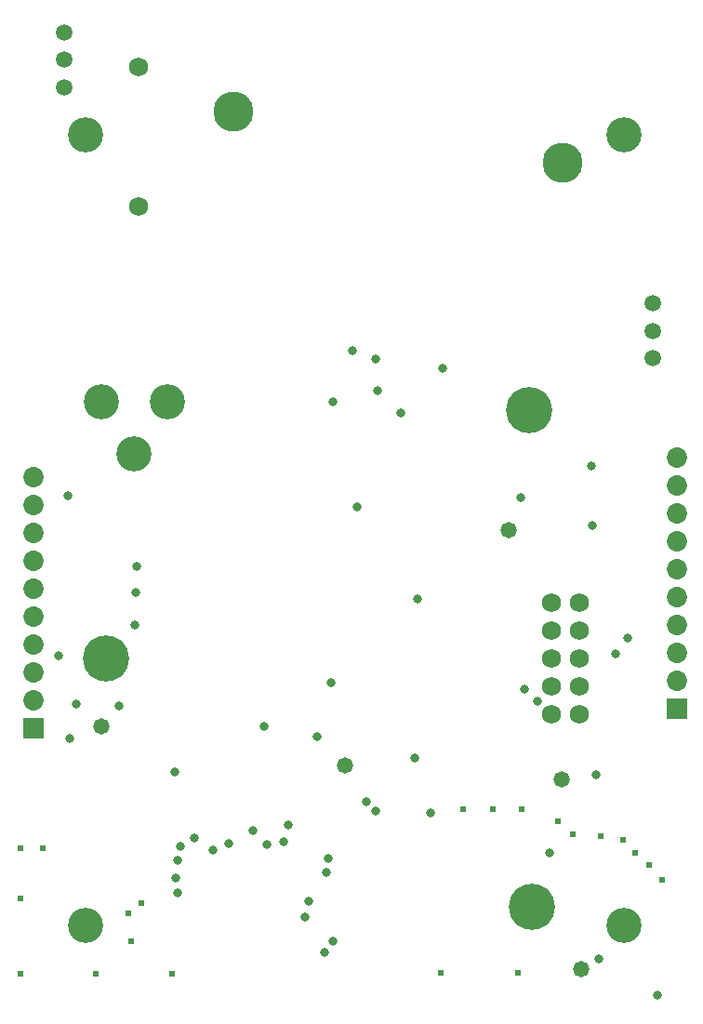
<source format=gbs>
G04*
G04 #@! TF.GenerationSoftware,Altium Limited,Altium Designer,19.1.7 (138)*
G04*
G04 Layer_Color=16711935*
%FSLAX25Y25*%
%MOIN*%
G70*
G01*
G75*
%ADD68C,0.06800*%
%ADD69C,0.12611*%
%ADD70C,0.06824*%
%ADD71C,0.14383*%
%ADD72C,0.05918*%
%ADD73R,0.07296X0.07296*%
%ADD74C,0.07296*%
%ADD75C,0.16548*%
%ADD76C,0.03200*%
%ADD77C,0.02434*%
%ADD78C,0.05800*%
D68*
X70200Y-39800D02*
D03*
Y-49800D02*
D03*
X80200Y-39800D02*
D03*
Y-49800D02*
D03*
Y-59800D02*
D03*
X70200D02*
D03*
X80200Y-69800D02*
D03*
X70200D02*
D03*
X80200Y-79800D02*
D03*
X70200D02*
D03*
D69*
X-67478Y32100D02*
D03*
X-91100D02*
D03*
X-79289Y13596D02*
D03*
X-96606Y-155450D02*
D03*
X96268D02*
D03*
Y128050D02*
D03*
X-96606D02*
D03*
D70*
X-77512Y102100D02*
D03*
Y152100D02*
D03*
D71*
X74496Y117848D02*
D03*
X-43496Y136352D02*
D03*
D72*
X-104179Y145057D02*
D03*
Y154900D02*
D03*
Y164743D02*
D03*
X106699Y47824D02*
D03*
Y57666D02*
D03*
Y67509D02*
D03*
D73*
X-115200Y-84700D02*
D03*
X115200Y-77700D02*
D03*
D74*
X-115200Y-74700D02*
D03*
Y-64700D02*
D03*
Y-54700D02*
D03*
Y-44700D02*
D03*
Y-34700D02*
D03*
Y-24700D02*
D03*
Y-14700D02*
D03*
Y-4700D02*
D03*
Y5300D02*
D03*
X115200Y-67700D02*
D03*
Y-57700D02*
D03*
Y-47700D02*
D03*
Y-37700D02*
D03*
Y-27700D02*
D03*
Y-17700D02*
D03*
Y-7700D02*
D03*
Y2300D02*
D03*
Y12300D02*
D03*
D75*
X63200Y-148800D02*
D03*
X-89300Y-59800D02*
D03*
X62200Y29200D02*
D03*
D76*
X87500Y-167500D02*
D03*
X108300Y-180400D02*
D03*
X-106300Y-58800D02*
D03*
X97800Y-52300D02*
D03*
X65300Y-75100D02*
D03*
X-78300Y-26800D02*
D03*
X-78700Y-36100D02*
D03*
X-99900Y-76000D02*
D03*
X-102200Y-88300D02*
D03*
X-84500Y-76700D02*
D03*
X93300Y-58100D02*
D03*
X60700Y-70600D02*
D03*
X86200Y-101500D02*
D03*
X31500Y44300D02*
D03*
X59400Y-2000D02*
D03*
X84800Y9200D02*
D03*
X84900Y-12000D02*
D03*
X16400Y28330D02*
D03*
X600Y-5300D02*
D03*
X69800Y-129300D02*
D03*
X-78900Y-47800D02*
D03*
X-45300Y-126000D02*
D03*
X-64202Y-138396D02*
D03*
X-63600Y-143700D02*
D03*
X-57700Y-124100D02*
D03*
X-62500Y-127200D02*
D03*
X-63700Y-132100D02*
D03*
X-8600Y-68500D02*
D03*
X-13700Y-87600D02*
D03*
X-9500Y-131300D02*
D03*
X-10300Y-136300D02*
D03*
X3900Y-111200D02*
D03*
X-16632Y-146831D02*
D03*
X-17900Y-152500D02*
D03*
X7500Y-114300D02*
D03*
X27000Y-115000D02*
D03*
X22500Y-38500D02*
D03*
X21500Y-95500D02*
D03*
X-51000Y-128500D02*
D03*
X-64500Y-100500D02*
D03*
X-32500Y-84000D02*
D03*
X-11000Y-165000D02*
D03*
X-8000Y-161000D02*
D03*
X-24000Y-119500D02*
D03*
X-25500Y-125500D02*
D03*
X-103000Y-1500D02*
D03*
X-31500Y-126500D02*
D03*
X-36500Y-121500D02*
D03*
X7900Y36100D02*
D03*
X-1100Y50748D02*
D03*
X-8100Y32100D02*
D03*
X7400Y47600D02*
D03*
D77*
X-80200Y-161000D02*
D03*
X-81300Y-151100D02*
D03*
X-76800Y-147400D02*
D03*
X-120100Y-127900D02*
D03*
X-111900D02*
D03*
X-120100Y-145900D02*
D03*
Y-172800D02*
D03*
X-93100D02*
D03*
X-65600D02*
D03*
X30700Y-172300D02*
D03*
X58200D02*
D03*
X110100Y-139000D02*
D03*
X105200Y-133800D02*
D03*
X100400Y-129300D02*
D03*
X96000Y-124900D02*
D03*
X88000Y-123500D02*
D03*
X78100Y-122900D02*
D03*
X72700Y-118100D02*
D03*
X59700Y-113600D02*
D03*
X38700Y-113800D02*
D03*
X49400D02*
D03*
D78*
X74000Y-103000D02*
D03*
X-91000Y-84000D02*
D03*
X55100Y-13800D02*
D03*
X81000Y-171000D02*
D03*
X-3500Y-98000D02*
D03*
M02*

</source>
